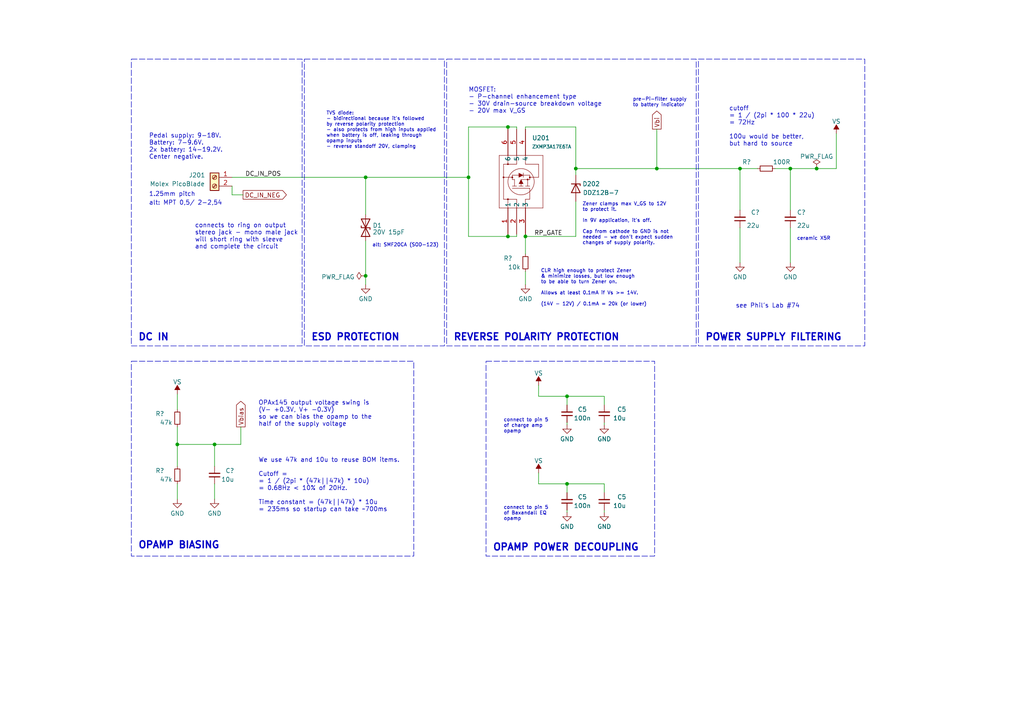
<source format=kicad_sch>
(kicad_sch (version 20230121) (generator eeschema)
  (paper "A4")
  (title_block (title "Power Supply and Opamp Biasing") (date "2023-12-08") (rev "2.1") (company "Arx"))
  (lib_symbols
    (symbol "Connector:Screw_Terminal_01x02" (pin_names (offset 1.016) hide)
      (property "Reference" "J" (at 0 2.54 0))
      (property "Value" "Screw_Terminal_01x02" (at 0 -5.08 0))
      (symbol "Screw_Terminal_01x02_1_1"
        (rectangle (start -1.27 1.27) (end 1.27 -3.81) (stroke (width 0.254)) (fill (type background)))
        (circle (center 0 -2.54) (radius 0.635) (stroke (width 0.1524)))
        (polyline (pts (xy -0.5334 -2.2098) (xy 0.3302 -3.048)) (stroke (width 0.1524)))
        (polyline (pts (xy -0.5334 0.3302) (xy 0.3302 -0.508)) (stroke (width 0.1524)))
        (polyline (pts (xy -0.3556 -2.032) (xy 0.508 -2.8702)) (stroke (width 0.1524)))
        (polyline (pts (xy -0.3556 0.508) (xy 0.508 -0.3302)) (stroke (width 0.1524)))
        (circle (center 0 0) (radius 0.635) (stroke (width 0.1524)))
        (pin passive line (at -5.08 0 0) (length 3.81) (name "Pin_1") (number "1"))
        (pin passive line (at -5.08 -2.54 0) (length 3.81) (name "Pin_2") (number "2"))
      )
    )
    (symbol "Device:C_Small" (pin_numbers hide) (pin_names (offset 0.254) hide)
      (property "Reference" "C" (at 0.254 1.778 0))
      (property "Value" "C_Small" (at 0.254 -2.032 0))
      (symbol "C_Small_0_1"
        (polyline (pts (xy -1.524 -0.508) (xy 1.524 -0.508)) (stroke (width 0.3302)))
        (polyline (pts (xy -1.524 0.508) (xy 1.524 0.508)) (stroke (width 0.3048)))
      )
      (symbol "C_Small_1_1"
        (pin passive line (at 0 2.54 270) (length 2.032) (name "~") (number "1"))
        (pin passive line (at 0 -2.54 90) (length 2.032) (name "~") (number "2"))
      )
    )
    (symbol "Device:D_TVS" (pin_numbers hide) (pin_names (offset 1.016) hide)
      (property "Reference" "D" (at 0 2.54 0))
      (property "Value" "D_TVS" (at 0 -2.54 0))
      (symbol "D_TVS_0_1"
        (polyline (pts (xy 1.27 0) (xy -1.27 0)))
        (polyline (pts (xy 0.508 1.27) (xy 0 1.27) (xy 0 -1.27) (xy -0.508 -1.27)) (stroke (width 0.254)))
        (polyline (pts (xy -2.54 1.27) (xy -2.54 -1.27) (xy 2.54 1.27) (xy 2.54 -1.27) (xy -2.54 1.27)) (stroke (width 0.254)))
      )
      (symbol "D_TVS_1_1"
        (pin passive line (at -3.81 0 0) (length 2.54) (name "A1") (number "1"))
        (pin passive line (at 3.81 0 180) (length 2.54) (name "A2") (number "2"))
      )
    )
    (symbol "Device:D_Zener" (pin_numbers hide) (pin_names (offset 1.016) hide)
      (property "Reference" "D" (at 0 2.54 0))
      (property "Value" "D_Zener" (at 0 -2.54 0))
      (symbol "D_Zener_0_1"
        (polyline (pts (xy 1.27 0) (xy -1.27 0)))
        (polyline (pts (xy -1.27 -1.27) (xy -1.27 1.27) (xy -0.762 1.27)) (stroke (width 0.254)))
        (polyline (pts (xy 1.27 -1.27) (xy 1.27 1.27) (xy -1.27 0) (xy 1.27 -1.27)) (stroke (width 0.254)))
      )
      (symbol "D_Zener_1_1"
        (pin passive line (at -3.81 0 0) (length 2.54) (name "K") (number "1"))
        (pin passive line (at 3.81 0 180) (length 2.54) (name "A") (number "2"))
      )
    )
    (symbol "Device:R_Small" (pin_numbers hide) (pin_names (offset 0.254) hide)
      (property "Reference" "R" (at 0.762 0.508 0))
      (property "Value" "R_Small" (at 0.762 -1.016 0))
      (symbol "R_Small_0_1"
        (rectangle (start -0.762 1.778) (end 0.762 -1.778) (stroke (width 0.2032)))
      )
      (symbol "R_Small_1_1"
        (pin passive line (at 0 2.54 270) (length 0.762) (name "~") (number "1"))
        (pin passive line (at 0 -2.54 90) (length 0.762) (name "~") (number "2"))
      )
    )
    (symbol "ZXMP3A17E6TA_UL:ZXMP3A17E6TA" (pin_names (offset 0.254))
      (property "Reference" "MOSFET" (at 15.24 7.62 0))
      (property "Value" "ZXMP3A17E6TA" (at 15.24 5.08 0))
      (symbol "ZXMP3A17E6TA_0_1"
        (polyline (pts (xy 7.62 -10.16) (xy 22.86 -10.16)) (stroke (width 0.127)))
        (polyline (pts (xy 7.62 -2.54) (xy 10.16 -2.54)) (stroke (width 0.127)))
        (polyline (pts (xy 7.62 0) (xy 10.16 0)) (stroke (width 0.127)))
        (polyline (pts (xy 7.62 2.54) (xy 7.62 -10.16)) (stroke (width 0.127)))
        (polyline (pts (xy 10.16 -6.35) (xy 10.16 -5.08)) (stroke (width 0.127)))
        (polyline (pts (xy 10.16 -5.08) (xy 7.62 -5.08)) (stroke (width 0.127)))
        (polyline (pts (xy 10.16 1.27) (xy 10.16 -2.54)) (stroke (width 0.127)))
        (polyline (pts (xy 13.335 -6.35) (xy 10.16 -6.35)) (stroke (width 0.127)))
        (polyline (pts (xy 13.335 -6.35) (xy 13.335 -1.27)) (stroke (width 0.127)))
        (polyline (pts (xy 13.97 -6.35) (xy 13.97 -5.08)) (stroke (width 0.127)))
        (polyline (pts (xy 13.97 -5.715) (xy 15.875 -5.715)) (stroke (width 0.127)))
        (polyline (pts (xy 13.97 -4.445) (xy 13.97 -3.175)) (stroke (width 0.127)))
        (polyline (pts (xy 13.97 -2.54) (xy 13.97 -1.27)) (stroke (width 0.127)))
        (polyline (pts (xy 13.97 -1.905) (xy 15.875 -1.905)) (stroke (width 0.127)))
        (polyline (pts (xy 15.24 -3.81) (xy 13.97 -3.81)) (stroke (width 0.127)))
        (polyline (pts (xy 15.875 -6.35) (xy 15.875 -3.81)) (stroke (width 0.127)))
        (polyline (pts (xy 15.875 -6.35) (xy 17.145 -6.35)) (stroke (width 0.127)))
        (polyline (pts (xy 15.875 -1.905) (xy 15.875 -1.27)) (stroke (width 0.127)))
        (polyline (pts (xy 15.875 -1.27) (xy 17.145 -1.27)) (stroke (width 0.127)))
        (polyline (pts (xy 16.51 -8.89) (xy 16.51 -6.35)) (stroke (width 0.127)))
        (polyline (pts (xy 16.51 1.27) (xy 16.51 -1.27)) (stroke (width 0.127)))
        (polyline (pts (xy 17.145 -6.35) (xy 17.145 -4.445)) (stroke (width 0.127)))
        (polyline (pts (xy 17.145 -3.175) (xy 17.145 -1.27)) (stroke (width 0.127)))
        (polyline (pts (xy 17.78 -4.445) (xy 16.51 -4.445)) (stroke (width 0.127)))
        (polyline (pts (xy 20.32 -8.89) (xy 16.51 -8.89)) (stroke (width 0.127)))
        (polyline (pts (xy 20.32 -5.08) (xy 20.32 -8.89)) (stroke (width 0.127)))
        (polyline (pts (xy 20.32 -2.54) (xy 20.32 1.27)) (stroke (width 0.127)))
        (polyline (pts (xy 20.32 1.27) (xy 10.16 1.27)) (stroke (width 0.127)))
        (polyline (pts (xy 22.86 -10.16) (xy 22.86 2.54)) (stroke (width 0.127)))
        (polyline (pts (xy 22.86 -5.08) (xy 20.32 -5.08)) (stroke (width 0.127)))
        (polyline (pts (xy 22.86 -2.54) (xy 20.32 -2.54)) (stroke (width 0.127)))
        (polyline (pts (xy 22.86 0) (xy 20.32 0)) (stroke (width 0.127)))
        (polyline (pts (xy 22.86 2.54) (xy 7.62 2.54)) (stroke (width 0.127)))
        (polyline (pts (xy 14.605 -4.445) (xy 15.875 -3.81) (xy 14.605 -3.175)) (stroke (width 0.0254)) (fill (type outline)))
        (polyline (pts (xy 17.78 -3.175) (xy 16.51 -3.175) (xy 17.145 -4.445)) (stroke (width 0.0254)) (fill (type outline)))
        (circle (center 10.16 0) (radius 0.127) (stroke (width 0.254)))
        (circle (center 15.24 -3.81) (radius 3.81) (stroke (width 0.127)))
        (circle (center 15.875 -5.715) (radius 0.127) (stroke (width 0.254)))
        (circle (center 16.51 -6.35) (radius 0.127) (stroke (width 0.254)))
        (circle (center 16.51 -1.27) (radius 0.127) (stroke (width 0.254)))
        (circle (center 16.51 1.27) (radius 0.127) (stroke (width 0.254)))
        (circle (center 20.32 0) (radius 0.127) (stroke (width 0.254)))
        (pin passive line (at 0 0 0) (length 7.62) (name "1") (number "1"))
        (pin passive line (at 0 -2.54 0) (length 7.62) (name "2") (number "2"))
        (pin passive line (at 0 -5.08 0) (length 7.62) (name "3") (number "3"))
        (pin passive line (at 30.48 -5.08 180) (length 7.62) (name "4") (number "4"))
        (pin passive line (at 30.48 -2.54 180) (length 7.62) (name "5") (number "5"))
        (pin passive line (at 30.48 0 180) (length 7.62) (name "6") (number "6"))
      )
    )
    (symbol "power:GND" (power) (pin_names (offset 0))
      (property "Value" "GND" (at 0 -3.81 0))
      (symbol "GND_0_1"
        (polyline (pts (xy 0 0) (xy 0 -1.27) (xy 1.27 -1.27) (xy 0 -2.54) (xy -1.27 -1.27) (xy 0 -1.27)))
      )
      (symbol "GND_1_1"
        (pin power_in line (at 0 0 270) (length 0) hide (name "GND") (number "1"))
      )
    )
    (symbol "power:PWR_FLAG" (power) (pin_numbers hide) (pin_names (offset 0) hide)
      (property "Value" "PWR_FLAG" (at 0 3.81 0))
      (symbol "PWR_FLAG_0_0"
        (pin power_out line (at 0 0 90) (length 0) (name "pwr") (number "1"))
      )
      (symbol "PWR_FLAG_0_1"
        (polyline (pts (xy 0 0) (xy 0 1.27) (xy -1.016 1.905) (xy 0 2.54) (xy 1.016 1.905) (xy 0 1.27)))
      )
    )
    (symbol "power:VS" (power) (pin_names (offset 0))
      (property "Value" "VS" (at 0 3.81 0))
      (symbol "VS_0_1"
        (polyline (pts (xy 0 0) (xy 0 2.54)))
        (polyline (pts (xy 0.762 1.27) (xy -0.762 1.27) (xy 0 2.54) (xy 0.762 1.27)) (fill (type outline)))
      )
      (symbol "VS_1_1"
        (pin power_in line (at 0 0 90) (length 0) hide (name "VS") (number "1"))
      )
    )
  )
  (junction (at 152.4 68.58))
  (junction (at 229.235 48.895))
  (junction (at 106.045 80.01))
  (junction (at 164.465 114.935))
  (junction (at 236.855 48.895))
  (junction (at 147.32 68.58))
  (junction (at 135.89 51.435))
  (junction (at 62.23 128.905))
  (junction (at 106.045 51.435))
  (junction (at 167.005 48.895))
  (junction (at 164.465 140.335))
  (junction (at 214.63 48.895))
  (junction (at 147.32 36.83))
  (junction (at 190.5 48.895))
  (junction (at 51.435 128.905))
  (wire (pts (xy 164.465 147.955) (xy 164.465 148.59)))
  (wire (pts (xy 51.435 128.905) (xy 51.435 135.255)))
  (wire (pts (xy 152.4 78.74) (xy 152.4 82.55)))
  (wire (pts (xy 175.26 114.935) (xy 175.26 117.475)))
  (wire (pts (xy 62.23 128.905) (xy 62.23 135.255)))
  (wire (pts (xy 164.465 140.335) (xy 175.26 140.335)))
  (wire (pts (xy 167.005 58.42) (xy 167.005 68.58)))
  (wire (pts (xy 152.4 68.58) (xy 152.4 73.66)))
  (wire (pts (xy 147.32 36.83) (xy 149.86 36.83)))
  (wire (pts (xy 156.21 114.935) (xy 164.465 114.935)))
  (wire (pts (xy 190.5 37.465) (xy 190.5 48.895)))
  (wire (pts (xy 147.32 68.58) (xy 135.89 68.58)))
  (wire (pts (xy 69.85 123.825) (xy 69.85 128.905)))
  (wire (pts (xy 152.4 67.945) (xy 152.4 68.58)))
  (wire (pts (xy 147.32 68.58) (xy 149.86 68.58)))
  (wire (pts (xy 190.5 48.895) (xy 214.63 48.895)))
  (wire (pts (xy 156.21 140.335) (xy 164.465 140.335)))
  (wire (pts (xy 152.4 36.83) (xy 167.005 36.83)))
  (wire (pts (xy 51.435 123.825) (xy 51.435 128.905)))
  (wire (pts (xy 229.235 66.04) (xy 229.235 76.2)))
  (wire (pts (xy 147.32 67.945) (xy 147.32 68.58)))
  (wire (pts (xy 229.235 48.895) (xy 229.235 60.96)))
  (wire (pts (xy 164.465 114.935) (xy 175.26 114.935)))
  (wire (pts (xy 51.435 140.335) (xy 51.435 144.78)))
  (wire (pts (xy 214.63 60.96) (xy 214.63 48.895)))
  (wire (pts (xy 175.26 140.335) (xy 175.26 142.875)))
  (wire (pts (xy 175.26 122.555) (xy 175.26 123.19)))
  (wire (pts (xy 70.485 56.515) (xy 67.31 56.515)))
  (wire (pts (xy 106.045 80.01) (xy 106.045 82.55)))
  (wire (pts (xy 135.89 51.435) (xy 135.89 68.58)))
  (wire (pts (xy 152.4 37.465) (xy 152.4 36.83)))
  (wire (pts (xy 214.63 48.895) (xy 219.71 48.895)))
  (wire (pts (xy 106.045 51.435) (xy 135.89 51.435)))
  (wire (pts (xy 167.005 36.83) (xy 167.005 48.895)))
  (wire (pts (xy 135.89 36.83) (xy 147.32 36.83)))
  (wire (pts (xy 62.23 128.905) (xy 69.85 128.905)))
  (wire (pts (xy 236.855 48.895) (xy 242.57 48.895)))
  (wire (pts (xy 164.465 114.935) (xy 164.465 117.475)))
  (wire (pts (xy 62.23 140.335) (xy 62.23 144.78)))
  (wire (pts (xy 149.86 67.945) (xy 149.86 68.58)))
  (wire (pts (xy 51.435 128.905) (xy 62.23 128.905)))
  (wire (pts (xy 242.57 38.735) (xy 242.57 48.895)))
  (wire (pts (xy 106.045 69.85) (xy 106.045 80.01)))
  (wire (pts (xy 224.79 48.895) (xy 229.235 48.895)))
  (wire (pts (xy 167.005 48.895) (xy 167.005 50.8)))
  (wire (pts (xy 175.26 147.955) (xy 175.26 148.59)))
  (wire (pts (xy 106.045 51.435) (xy 106.045 62.23)))
  (wire (pts (xy 164.465 122.555) (xy 164.465 123.19)))
  (wire (pts (xy 214.63 66.04) (xy 214.63 76.2)))
  (wire (pts (xy 152.4 68.58) (xy 167.005 68.58)))
  (wire (pts (xy 164.465 140.335) (xy 164.465 142.875)))
  (wire (pts (xy 149.86 37.465) (xy 149.86 36.83)))
  (wire (pts (xy 156.21 111.76) (xy 156.21 114.935)))
  (wire (pts (xy 167.005 48.895) (xy 190.5 48.895)))
  (wire (pts (xy 67.31 56.515) (xy 67.31 53.975)))
  (wire (pts (xy 135.89 36.83) (xy 135.89 51.435)))
  (wire (pts (xy 156.21 137.16) (xy 156.21 140.335)))
  (wire (pts (xy 229.235 48.895) (xy 236.855 48.895)))
  (wire (pts (xy 51.435 114.3) (xy 51.435 118.745)))
  (wire (pts (xy 67.31 51.435) (xy 106.045 51.435)))
  (wire (pts (xy 147.32 36.83) (xy 147.32 37.465)))
  (rectangle (start 38.1 104.775) (end 120.015 161.29) (stroke (width 0) (type dash)))
  (rectangle (start 140.97 104.775) (end 189.865 161.29) (stroke (width 0) (type dash)))
  (rectangle (start 88.265 17.145) (end 128.905 100.33) (stroke (width 0) (type dash)))
  (rectangle (start 202.565 17.145) (end 250.825 100.33) (stroke (width 0) (type dash)))
  (rectangle (start 38.1 17.145) (end 87.63 100.33) (stroke (width 0) (type dash)))
  (rectangle (start 129.54 17.145) (end 201.93 100.33) (stroke (width 0) (type dash)))
  (text "cutoff\n= 1 / (2pi * 100 * 22u)\n= 72Hz\n\n100u would be better,\nbut hard to source" (at 211.455 42.545 0) (effects (font (size 1.27 1.27)) (justify left bottom)))
  (text "MOSFET:\n- P-channel enhancement type\n- 30V drain-source breakdown voltage\n- 20V max V_GS" (at 135.89 33.02 0) (effects (font (size 1.27 1.27)) (justify left bottom)))
  (text "DC IN" (at 40.005 99.06 0) (effects (font (size 2 2) (thickness 0.4) bold) (justify left bottom)))
  (text "connects to ring on output\nstereo jack - mono male jack\nwill short ring with sleeve\nand complete the circuit" (at 56.515 72.39 0) (effects (font (size 1.27 1.27)) (justify left bottom)))
  (text "ESD PROTECTION" (at 90.17 99.06 0) (effects (font (size 2 2) (thickness 0.4) bold) (justify left bottom)))
  (text "1.25mm pitch" (at 43.18 57.15 0) (effects (font (size 1.27 1.27)) (justify left bottom)))
  (text "pre-Pi-filter supply\nto battery indicator" (at 183.515 31.115 0) (effects (font (size 1 1)) (justify left bottom)))
  (text "connect to pin 5\nof charge amp\nopamp" (at 146.05 125.73 0) (effects (font (size 1 1)) (justify left bottom)))
  (text "Zener clamps max V_GS to 12V \nto protect it.\n\nIn 9V application, it's off.\n\nCap from cathode to GND is not\nneeded - we don't expect sudden\nchanges of supply polarity." (at 168.91 71.12 0) (effects (font (size 1 1)) (justify left bottom)))
  (text "alt: MPT 0,5/ 2-2,54" (at 43.18 59.69 0) (effects (font (size 1.27 1.27)) (justify left bottom)))
  (text "connect to pin 5\nof Baxandall EQ\nopamp" (at 146.05 151.13 0) (effects (font (size 1 1)) (justify left bottom)))
  (text "TVS diode:\n- bidirectional because it's followed \nby reverse polarity protection \n- also protects from high inputs applied \nwhen battery is off, leaking through \nopamp inputs\n- reverse standoff 20V, clamping " (at 94.615 43.18 0) (effects (font (size 1 1)) (justify left bottom)))
  (text "We use 47k and 10u to reuse BOM items.\n\nCutoff =\n= 1 / (2pi * (47k||47k) * 10u)\n= 0.68Hz < 10% of 20Hz.\n\nTime constant = (47k||47k) * 10u\n= 235ms so startup can take ~700ms" (at 74.93 148.59 0) (effects (font (size 1.27 1.27)) (justify left bottom)))
  (text "OPAMP POWER DECOUPLING" (at 142.875 160.02 0) (effects (font (size 2 2) (thickness 0.4) bold) (justify left bottom)))
  (text "POWER SUPPLY FILTERING" (at 204.47 99.06 0) (effects (font (size 2 2) (thickness 0.4) bold) (justify left bottom)))
  (text "CLR high enough to protect Zener\n& minimize losses, but low enough\nto be able to turn Zener on.\n\nAllows at least 0.1mA if Vs >= 14V.\n\n(14V - 12V) / 0.1mA = 20k (or lower)" (at 156.845 88.9 0) (effects (font (size 1 1)) (justify left bottom)))
  (text "OPAx145 output voltage swing is\n(V- +0.3V, V+ -0.3V)\nso we can bias the opamp to the\nhalf of the supply voltage " (at 74.93 123.825 0) (effects (font (size 1.27 1.27)) (justify left bottom)))
  (text "alt: SMF20CA (SOD-123)" (at 107.95 71.755 0) (effects (font (size 1 1)) (justify left bottom)))
  (text "OPAMP BIASING" (at 40.005 159.385 0) (effects (font (size 2 2) (thickness 0.4) bold) (justify left bottom)))
  (text "see Phil's Lab #74" (at 213.36 89.535 0) (effects (font (size 1.27 1.27)) (justify left bottom)))
  (text "Pedal supply: 9-18V.\nBattery: 7-9.6V.\n2x battery: 14-19.2V.\nCenter negative." (at 43.18 46.355 0) (effects (font (size 1.27 1.27)) (justify left bottom)))
  (text "REVERSE POLARITY PROTECTION" (at 131.445 99.06 0) (effects (font (size 2 2) (thickness 0.4) bold) (justify left bottom)))
  (text "ceramic X5R" (at 231.14 69.85 0) (effects (font (size 1 1)) (justify left bottom)))
  (label "DC_IN_POS" (at 71.12 51.435 0))
  (label "RP_GATE" (at 154.94 68.58 0))
  (global_label "DC_IN_NEG" (shape output) (at 70.485 56.515 0) (property "Intersheetrefs" "${INTERSHEET_REFS}" (effects hide)))
  (global_label "Vbi" (shape output) (at 190.5 37.465 90) (property "Intersheetrefs" "${INTERSHEET_REFS}" (effects hide)))
  (global_label "Vbias" (shape output) (at 69.85 123.825 90) (property "Intersheetrefs" "${INTERSHEET_REFS}" (effects hide)))
  (symbol (lib_id "power:VS") (at 242.57 38.735 0) (unit 1)
    (property "Reference" "#PWR018" (effects hide))
    (property "Value" "VS" (at 242.57 35.2331 0))
  )
  (symbol (lib_id "power:GND") (at 164.465 148.59 0) (unit 1)
    (property "Reference" "#PWR022" (effects hide))
    (property "Value" "GND" (at 164.465 152.7255 0))
    (instances (project "2023_PiezoPreamp" (path "" (reference "#PWR022") (unit 1)) (path "" (reference "#PWR028") (unit 1))))
  )
  (symbol (lib_id "power:PWR_FLAG") (at 106.045 80.01 90) (unit 1)
    (property "Reference" "#FLG02" (effects hide))
    (property "Value" "PWR_FLAG" (at 102.8701 80.3268 90) (effects (justify left)))
  )
  (symbol (lib_id "power:PWR_FLAG") (at 236.855 48.895 0) (unit 1)
    (property "Reference" "#FLG01" (effects hide))
    (property "Value" "PWR_FLAG" (at 236.855 45.3931 0))
  )
  (symbol (lib_id "power:GND") (at 164.465 123.19 0) (unit 1)
    (property "Reference" "#PWR022" (effects hide))
    (property "Value" "GND" (at 164.465 127.3255 0))
    (instances (project "2023_PiezoPreamp" (path "" (reference "#PWR022") (unit 1)) (path "" (reference "#PWR015") (unit 1))))
  )
  (symbol (lib_id "Device:C_Small") (at 62.23 137.795 180) (unit 1)
    (property "Reference" "C?" (at 66.675 136.525 0))
    (property "Value" "10u" (at 66.04 139.065 0))
    (property "Footprint" "library:C3216X5R1H106K160AB" (effects hide))
    (property "Datasheet" "https://product.tdk.com/system/files/dam/doc/product/capacitor/ceramic/mlcc/catalog/mlcc_commercial_general_en.pdf" (effects hide))
    (property "Purpose" "opamp biasing" (effects hide))
    (property "LCSC Part #" "C329928" (effects hide))
    (property "Mouser Part #" "810-C3216X5R1H106K" (effects hide))
    (property "Mfr Part #" "C3216X5R1H106K160AB" (effects hide))
    (property "Mfr" "TDK" (effects hide))
    (instances (project "2023_PiezoPreamp" (path "" (reference "C?") (unit 1)) (path "" (reference "C203") (unit 1))))
  )
  (symbol (lib_id "Device:C_Small") (at 229.235 63.5 180) (unit 1)
    (property "Reference" "C?" (at 231.14 61.595 0) (effects (justify right)))
    (property "Value" "22u" (at 231.14 65.405 0) (effects (justify right)))
    (property "Footprint" "library:GRM21BR61E226ME44L" (effects hide))
    (property "Datasheet" "https://cz.mouser.com/datasheet/2/281/1/GRM21BR61E226ME44_01A-1986898.pdf" (effects hide))
    (property "Purpose" "Power supply Pi filter" (effects hide))
    (property "LCSC Part #" "C86816" (effects hide))
    (property "Mouser Part #" "81-GRM21BR61E226ME4L" (effects hide))
    (property "Mfr Part #" "GRM21BR61E226ME44L" (effects hide))
    (property "Mfr" "Murata" (effects hide))
    (instances (project "2023_PiezoPreamp" (path "" (reference "C?") (unit 1)) (path "" (reference "C202") (unit 1))))
  )
  (symbol (lib_id "Device:R_Small") (at 152.4 76.2 0) (unit 1)
    (property "Reference" "R?" (at 146.05 74.93 0) (effects (justify left)))
    (property "Value" "10k" (at 147.32 77.47 0) (effects (justify left)))
    (property "Footprint" "library:RT0603BRD0710KL" (effects hide))
    (property "Datasheet" "https://cz.mouser.com/datasheet/2/447/PYu_RT_1_to_0_01_RoHS_L_12-3003070.pdf" (effects hide))
    (property "LCSC Part #" "C95204" (effects hide))
    (property "Mouser Part #" "603-RT0603BRD0710KL" (effects hide))
    (property "Mfr Part #" "RT0603BRD0710KL" (effects hide))
    (property "Mfr" "Yageo" (effects hide))
    (property "Purpose" "CLR for Zener protecting MOSFET for reverse polarity protection" (effects hide))
    (instances (project "2023_PiezoPreamp" (path "" (reference "R?") (unit 1)) (path "" (reference "R201") (unit 1))))
  )
  (symbol (lib_id "power:GND") (at 51.435 144.78 0) (unit 1)
    (property "Reference" "#PWR022" (effects hide))
    (property "Value" "GND" (at 51.435 148.9155 0))
    (instances (project "2023_PiezoPreamp" (path "" (reference "#PWR022") (unit 1)) (path "" (reference "#PWR02") (unit 1))))
  )
  (symbol (lib_id "Device:C_Small") (at 214.63 63.5 180) (unit 1)
    (property "Reference" "C?" (at 219.075 61.595 0))
    (property "Value" "22u" (at 218.44 65.405 0))
    (property "Footprint" "library:GRM21BR61E226ME44L" (effects hide))
    (property "Datasheet" "https://cz.mouser.com/datasheet/2/281/1/GRM21BR61E226ME44_01A-1986898.pdf" (effects hide))
    (property "Purpose" "Power supply Pi filter" (effects hide))
    (property "LCSC Part #" "C86816" (effects hide))
    (property "Mouser Part #" "81-GRM21BR61E226ME4L" (effects hide))
    (property "Mfr Part #" "GRM21BR61E226ME44L" (effects hide))
    (property "Mfr" "Murata" (effects hide))
    (instances (project "2023_PiezoPreamp" (path "" (reference "C?") (unit 1)) (path "" (reference "C201") (unit 1))))
  )
  (symbol (lib_id "Device:R_Small") (at 222.25 48.895 270) (unit 1)
    (property "Reference" "R?" (at 215.265 46.99 90) (effects (justify left)))
    (property "Value" "100R" (at 224.155 46.99 90) (effects (justify left)))
    (property "Footprint" "library:ERA-6AEB101V" (effects hide))
    (property "Datasheet" "https://cz.mouser.com/datasheet/2/315/AOA0000C307-1149632.pdf" (effects hide))
    (property "LCSC Part #" "C445646" (effects hide))
    (property "Mouser Part #" "667-ERA-6AEB101V" (effects hide))
    (property "Mfr Part #" "ERA-6AEB101V" (effects hide))
    (property "Mfr" "Panasonic" (effects hide))
    (property "Purpose" "power supply Pi filter" (effects hide))
    (instances (project "2023_PiezoPreamp" (path "" (reference "R?") (unit 1)) (path "" (reference "R202") (unit 1))))
  )
  (symbol (lib_id "power:GND") (at 175.26 148.59 0) (unit 1)
    (property "Reference" "#PWR022" (effects hide))
    (property "Value" "GND" (at 175.26 152.7255 0))
    (instances (project "2023_PiezoPreamp" (path "" (reference "#PWR022") (unit 1)) (path "" (reference "#PWR029") (unit 1))))
  )
  (symbol (lib_id "power:VS") (at 51.435 114.3 0) (unit 1)
    (property "Reference" "#PWR01" (effects hide))
    (property "Value" "VS" (at 51.435 110.7981 0))
  )
  (symbol (lib_id "Device:R_Small") (at 51.435 121.285 0) (unit 1)
    (property "Reference" "R?" (at 45.085 120.015 0) (effects (justify left)))
    (property "Value" "47k" (at 46.355 122.555 0) (effects (justify left)))
    (property "Footprint" "library:RT0603BRD0747KL" (effects hide))
    (property "Datasheet" "https://cz.mouser.com/datasheet/2/447/PYu_RT_1_to_0_01_RoHS_L_12-3003070.pdf" (effects hide))
    (property "LCSC Part #" "C326725" (effects hide))
    (property "Mouser Part #" "603-RT0603BRD0747KL" (effects hide))
    (property "Mfr Part #" "RT0603BRD0747KL" (effects hide))
    (property "Mfr" "Yageo" (effects hide))
    (property "Purpose" "opamp biasing network" (effects hide))
    (instances (project "2023_PiezoPreamp" (path "" (reference "R?") (unit 1)) (path "" (reference "R203") (unit 1))))
  )
  (symbol (lib_id "Device:C_Small") (at 175.26 145.415 180) (unit 1)
    (property "Reference" "C5" (at 180.34 144.145 0))
    (property "Value" "10u" (at 179.705 146.685 0))
    (property "Footprint" "library:C3216X5R1H106K160AB" (effects hide))
    (property "Datasheet" "https://product.tdk.com/system/files/dam/doc/product/capacitor/ceramic/mlcc/catalog/mlcc_commercial_general_en.pdf" (effects hide))
    (property "LCSC Part #" "C329928" (effects hide))
    (property "Mouser Part #" "810-C3216X5R1H106K" (effects hide))
    (property "Mfr Part #" "C3216X5R1H106K160AB" (effects hide))
    (property "Mfr" "TDK" (effects hide))
    (property "Purpose" "opamp power supply decoupling" (effects hide))
    (instances (project "2023_PiezoPreamp" (path "" (reference "C5") (unit 1)) (path "" (reference "C5") (unit 1)) (path "" (reference "C207") (unit 1))))
  )
  (symbol (lib_id "ZXMP3A17E6TA_UL:ZXMP3A17E6TA") (at 147.32 67.945 90) (unit 1)
    (property "Reference" "U201" (at 154.305 40.005 90) (effects (justify right)))
    (property "Value" "ZXMP3A17E6TA" (at 154.305 42.545 90) (effects (font (size 1 1)) (justify right)))
    (property "Footprint" "library:ZXMP3A17E6TA" (effects hide))
    (property "Datasheet" "https://www.diodes.com/assets/Datasheets/ZXMP3A17E6.pdf" (effects hide))
    (property "Mouser Part #" "522-ZXMP3A17E6TA" (effects hide))
    (property "Mfr Part #" "ZXMP3A17E6TA" (effects hide))
    (property "Mfr" "Diodes Inc" (effects hide))
    (property "LCSC Part #" "C154715" (effects hide))
    (property "Purpose" "Reverse polarity protection" (effects hide))
  )
  (symbol (lib_id "power:VS") (at 156.21 137.16 0) (unit 1)
    (property "Reference" "#PWR010" (effects hide))
    (property "Value" "VS" (at 156.21 133.6581 0))
    (instances (project "2023_PiezoPreamp" (path "" (reference "#PWR010") (unit 1)) (path "" (reference "#PWR014") (unit 1))))
  )
  (symbol (lib_id "Connector:Screw_Terminal_01x02") (at 62.23 51.435 0) (mirror y) (unit 1)
    (property "Reference" "J201" (at 57.15 50.8 0))
    (property "Value" "Molex PicoBlade" (at 51.435 53.34 0))
    (property "Footprint" "library:53047-0210" (effects hide))
    (property "Datasheet" "https://tools.molex.com/pdm_docs/sd/530470210_sd.pdf" (effects hide))
    (property "Mfr" "Molex" (effects hide))
    (property "Mfr Part #" "53047-0210" (effects hide))
    (property "Mouser Part #" "538-53047-0210" (effects hide))
    (property "LCSC Part #" "-" (effects hide))
    (property "Purpose" "DC IN" (effects hide))
    (property "TME Part #" "MX-53047-0210" (effects hide))
  )
  (symbol (lib_id "power:GND") (at 62.23 144.78 0) (unit 1)
    (property "Reference" "#PWR022" (effects hide))
    (property "Value" "GND" (at 62.23 148.9155 0))
    (instances (project "2023_PiezoPreamp" (path "" (reference "#PWR022") (unit 1)) (path "" (reference "#PWR04") (unit 1))))
  )
  (symbol (lib_id "Device:R_Small") (at 51.435 137.795 0) (unit 1)
    (property "Reference" "R?" (at 45.085 136.525 0) (effects (justify left)))
    (property "Value" "47k" (at 46.355 139.065 0) (effects (justify left)))
    (property "Footprint" "library:RT0603BRD0747KL" (effects hide))
    (property "Datasheet" "https://cz.mouser.com/datasheet/2/447/PYu_RT_1_to_0_01_RoHS_L_12-3003070.pdf" (effects hide))
    (property "LCSC Part #" "C326725" (effects hide))
    (property "Mouser Part #" "603-RT0603BRD0747KL" (effects hide))
    (property "Mfr Part #" "RT0603BRD0747KL" (effects hide))
    (property "Mfr" "Yageo" (effects hide))
    (property "Purpose" "opamp biasing network" (effects hide))
    (instances (project "2023_PiezoPreamp" (path "" (reference "R?") (unit 1)) (path "" (reference "R204") (unit 1))))
  )
  (symbol (lib_id "power:GND") (at 106.045 82.55 0) (unit 1)
    (property "Reference" "#PWR022" (effects hide))
    (property "Value" "GND" (at 106.045 86.6855 0))
    (instances (project "2023_PiezoPreamp" (path "" (reference "#PWR022") (unit 1)) (path "" (reference "#PWR06") (unit 1))))
  )
  (symbol (lib_id "Device:C_Small") (at 164.465 120.015 180) (unit 1)
    (property "Reference" "C5" (at 168.91 118.745 0))
    (property "Value" "100n" (at 168.91 121.285 0))
    (property "Footprint" "library:GRM31C5C2A104JA01L" (effects hide))
    (property "Datasheet" "https://cz.mouser.com/datasheet/2/281/1/GRM31C5C2A104JA01_01A-1987817.pdf" (effects hide))
    (property "LCSC Part #" "C405303" (effects hide))
    (property "Mouser Part #" "81-GRM31C5C2A104JA1L" (effects hide))
    (property "Mfr Part #" "GRM31C5C2A104JA01L" (effects hide))
    (property "Mfr" "Murata" (effects hide))
    (property "Purpose" "opamp power supply decoupling cap" (effects hide))
    (instances (project "2023_PiezoPreamp" (path "" (reference "C5") (unit 1)) (path "" (reference "C3") (unit 1)) (path "" (reference "C204") (unit 1))))
  )
  (symbol (lib_id "Device:C_Small") (at 175.26 120.015 180) (unit 1)
    (property "Reference" "C5" (at 180.34 118.745 0))
    (property "Value" "10u" (at 179.705 121.285 0))
    (property "Footprint" "library:C3216X5R1H106K160AB" (effects hide))
    (property "Datasheet" "https://product.tdk.com/system/files/dam/doc/product/capacitor/ceramic/mlcc/catalog/mlcc_commercial_general_en.pdf" (effects hide))
    (property "LCSC Part #" "C329928" (effects hide))
    (property "Mouser Part #" "810-C3216X5R1H106K" (effects hide))
    (property "Mfr Part #" "C3216X5R1H106K160AB" (effects hide))
    (property "Mfr" "TDK" (effects hide))
    (property "Purpose" "opamp power supply decoupling" (effects hide))
    (instances (project "2023_PiezoPreamp" (path "" (reference "C5") (unit 1)) (path "" (reference "C5") (unit 1)) (path "" (reference "C205") (unit 1))))
  )
  (symbol (lib_id "Device:C_Small") (at 164.465 145.415 180) (unit 1)
    (property "Reference" "C5" (at 168.91 144.145 0))
    (property "Value" "100n" (at 168.91 146.685 0))
    (property "Footprint" "library:GRM31C5C2A104JA01L" (effects hide))
    (property "Datasheet" "https://cz.mouser.com/datasheet/2/281/1/GRM31C5C2A104JA01_01A-1987817.pdf" (effects hide))
    (property "LCSC Part #" "C405303" (effects hide))
    (property "Mouser Part #" "81-GRM31C5C2A104JA1L" (effects hide))
    (property "Mfr Part #" "GRM31C5C2A104JA01L" (effects hide))
    (property "Mfr" "Murata" (effects hide))
    (property "Purpose" "opamp power supply decoupling cap" (effects hide))
    (instances (project "2023_PiezoPreamp" (path "" (reference "C5") (unit 1)) (path "" (reference "C3") (unit 1)) (path "" (reference "C206") (unit 1))))
  )
  (symbol (lib_id "Device:D_Zener") (at 167.005 54.61 270) (unit 1)
    (property "Reference" "D202" (at 168.91 53.34 90) (effects (justify left)))
    (property "Value" "DDZ12B-7" (at 169.037 55.8873 90) (effects (justify left)))
    (property "Footprint" "library:DDZ12B-7" (effects hide))
    (property "Datasheet" "https://cz.mouser.com/datasheet/2/115/DIOD_S_A0004140741_1-2542322.pdf" (effects hide))
    (property "LCSC Part #" "C2760568" (effects hide))
    (property "Mfr" "Diodes Inc" (effects hide))
    (property "Mfr Part #" "DDZ12B-7" (effects hide))
    (property "Mouser Part #" "621-DDZ12B-7" (effects hide))
    (property "Purpose" "Gate protection for MOSFET" (effects hide))
  )
  (symbol (lib_id "Device:D_TVS") (at 106.045 66.04 90) (unit 1)
    (property "Reference" "D1" (at 108.077 65.3963 90) (effects (justify right)))
    (property "Value" "20V 15pF" (at 108.077 67.3173 90) (effects (justify right)))
    (property "Footprint" "library:D20V0L1B2WS-7" (effects hide))
    (property "Datasheet" "https://cz.mouser.com/datasheet/2/115/DIODS21429_1-2541792.pdf" (effects hide))
    (property "LCSC Part #" "C507921" (effects hide))
    (property "Mouser Part #" "621-D20V0L1B2WS-7" (effects hide))
    (property "Mfr Part #" "D20V0L1B2WS-7" (effects hide))
    (property "Mfr" "Diodes Inc" (effects hide))
    (property "Purpose" "ESD protection" (effects hide))
    (instances (project "2023_PiezoPreamp" (path "" (reference "D1") (unit 1)) (path "" (reference "D201") (unit 1))))
  )
  (symbol (lib_id "power:VS") (at 156.21 111.76 0) (unit 1)
    (property "Reference" "#PWR010" (effects hide))
    (property "Value" "VS" (at 156.21 108.2581 0))
  )
  (symbol (lib_id "power:GND") (at 175.26 123.19 0) (unit 1)
    (property "Reference" "#PWR022" (effects hide))
    (property "Value" "GND" (at 175.26 127.3255 0))
    (instances (project "2023_PiezoPreamp" (path "" (reference "#PWR022") (unit 1)) (path "" (reference "#PWR016") (unit 1))))
  )
  (symbol (lib_id "power:GND") (at 152.4 82.55 0) (unit 1)
    (property "Reference" "#PWR022" (effects hide))
    (property "Value" "GND" (at 152.4 86.6855 0))
    (instances (project "2023_PiezoPreamp" (path "" (reference "#PWR022") (unit 1)) (path "" (reference "#PWR017") (unit 1))))
  )
  (symbol (lib_id "power:GND") (at 229.235 76.2 0) (unit 1)
    (property "Reference" "#PWR022" (effects hide))
    (property "Value" "GND" (at 229.235 80.3355 0))
    (instances (project "2023_PiezoPreamp" (path "" (reference "#PWR022") (unit 1)) (path "" (reference "#PWR08") (unit 1))))
  )
  (symbol (lib_id "power:GND") (at 214.63 76.2 0) (unit 1)
    (property "Reference" "#PWR022" (effects hide))
    (property "Value" "GND" (at 214.63 80.3355 0))
    (instances (project "2023_PiezoPreamp" (path "" (reference "#PWR022") (unit 1)) (path "" (reference "#PWR07") (unit 1))))
  )
)
</source>
